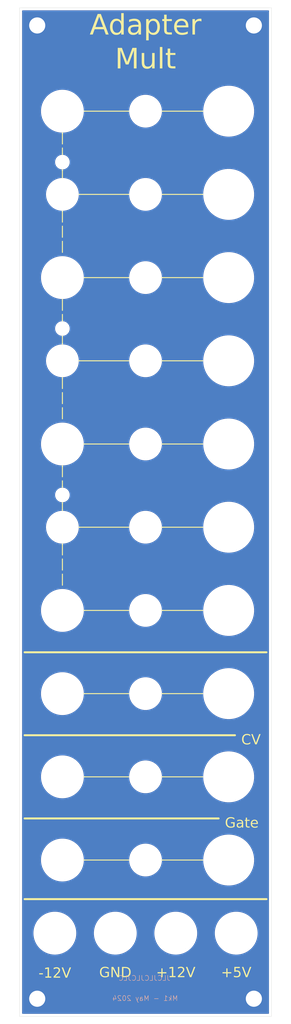
<source format=kicad_pcb>
(kicad_pcb (version 20240108) (generator "pcbnew") (generator_version "8.0")
  (title_block (title "Adapter Mult Mk1 Panel") (date "2024-05-26") (rev "1") (company "DMH"))
  (layers (0 "F.Cu" signal) (31 "B.Cu" signal) (34 "B.Paste" user) (35 "F.Paste" user) (36 "B.SilkS" user "B.Silkscreen") (37 "F.SilkS" user "F.Silkscreen") (38 "B.Mask" user) (39 "F.Mask" user) (44 "Edge.Cuts" user))
  (net 0 "")
  (net 1 "GND")
  (footprint "SynthStuff:Jack_6.35mm_Cutout" (layer "F.Cu") (at 119.5 201)
    (property "Reference" "H32")
    (property "Value" "Jack6.35mm_CV")
    (pad "" np_thru_hole circle (at 0 0) (size 9.6 9.6) (drill 9.6) (layers "F&B.Cu" "*.Mask"))
  )
  (footprint "SynthStuff:Banana_Jack_Cutout" (layer "F.Cu") (at 86.5 184.5)
    (property "Reference" "H27")
    (property "Value" "MountingHole_BananaJack")
    (pad "" np_thru_hole circle (at 0 0) (size 8 8) (drill 8) (layers "F&B.Cu" "*.Mask"))
  )
  (footprint "SynthStuff:MountingHole_3.2mm_M3_Pad4mm" (layer "F.Cu") (at 81.5 245)
    (property "Reference" "H3")
    (property "Value" "MountingHole_Rails")
    (pad "1" thru_hole circle (at 0 0) (size 4 4) (drill 3.2) (layers "*.Cu" "*.Mask") (net 1 "GND"))
  )
  (footprint "SynthStuff:Jack_3.5mm_Cutout" (layer "F.Cu") (at 103 69)
    (property "Reference" "H7")
    (property "Value" "MountingHole_Jack3.5mm")
    (pad "" np_thru_hole circle (at 0 0) (size 6 6) (drill 6) (layers "F&B.Cu" "*.Mask"))
  )
  (footprint "SynthStuff:Banana_Jack_Cutout" (layer "F.Cu") (at 85 232)
    (property "Reference" "H36")
    (property "Value" "Banana_-12V")
    (pad "" np_thru_hole circle (at 0 0) (size 8 8) (drill 8) (layers "F&B.Cu" "*.Mask"))
  )
  (footprint "SynthStuff:Banana_Jack_Cutout" (layer "F.Cu") (at 97 232)
    (property "Reference" "H37")
    (property "Value" "Banana_GND")
    (pad "" np_thru_hole circle (at 0 0) (size 8 8) (drill 8) (layers "F&B.Cu" "*.Mask"))
  )
  (footprint "SynthStuff:Jack_3.5mm_Cutout" (layer "F.Cu") (at 103 118.5)
    (property "Reference" "H16")
    (property "Value" "MountingHole_Jack3.5mm")
    (pad "" np_thru_hole circle (at 0 0) (size 6 6) (drill 6) (layers "F&B.Cu" "*.Mask"))
  )
  (footprint "SynthStuff:MountingHole_3.2mm_M3_Pad4mm" (layer "F.Cu") (at 124.5 52)
    (property "Reference" "H2")
    (property "Value" "MountingHole_Rails")
    (pad "1" thru_hole circle (at 0 0) (size 4 4) (drill 3.2) (layers "*.Cu" "*.Mask") (net 1 "GND"))
  )
  (footprint "SynthStuff:Jack_3.5mm_Cutout" (layer "F.Cu") (at 103 151.5)
    (property "Reference" "H22")
    (property "Value" "MountingHole_Jack3.5mm")
    (pad "" np_thru_hole circle (at 0 0) (size 6 6) (drill 6) (layers "F&B.Cu" "*.Mask"))
  )
  (footprint "SynthStuff:Jack_3.5mm_Cutout" (layer "F.Cu") (at 103 184.5)
    (property "Reference" "H28")
    (property "Value" "MountingHole_Jack3.5mm")
    (pad "" np_thru_hole circle (at 0 0) (size 6 6) (drill 6) (layers "F&B.Cu" "*.Mask"))
  )
  (footprint "SynthStuff:Banana_Jack_Cutout" (layer "F.Cu") (at 86.5 135)
    (property "Reference" "H18")
    (property "Value" "MountingHole_BananaJack")
    (pad "" np_thru_hole circle (at 0 0) (size 8 8) (drill 8) (layers "F&B.Cu" "*.Mask"))
  )
  (footprint "SynthStuff:Jack_6.35mm_Cutout" (layer "F.Cu") (at 119.5 135)
    (property "Reference" "H20")
    (property "Value" "MountingHole_Jack6.35mm")
    (pad "" np_thru_hole circle (at 0 0) (size 9.6 9.6) (drill 9.6) (layers "F&B.Cu" "*.Mask"))
  )
  (footprint "SynthStuff:Banana_Jack_Cutout" (layer "F.Cu") (at 121 232)
    (property "Reference" "H39")
    (property "Value" "Banana_+5V")
    (pad "" np_thru_hole circle (at 0 0) (size 8 8) (drill 8) (layers "F&B.Cu" "*.Mask"))
  )
  (footprint "SynthStuff:Jack_6.35mm_Cutout" (layer "F.Cu") (at 119.5 69)
    (property "Reference" "H8")
    (property "Value" "MountingHole_Jack6.35mm")
    (pad "" np_thru_hole circle (at 0 0) (size 9.6 9.6) (drill 9.6) (layers "F&B.Cu" "*.Mask"))
  )
  (footprint "SynthStuff:Jack_6.35mm_Cutout" (layer "F.Cu") (at 119.5 85.5)
    (property "Reference" "H11")
    (property "Value" "MountingHole_Jack6.35mm")
    (pad "" np_thru_hole circle (at 0 0) (size 9.6 9.6) (drill 9.6) (layers "F&B.Cu" "*.Mask"))
  )
  (footprint "SynthStuff:Jack_6.35mm_Cutout" (layer "F.Cu") (at 119.5 102)
    (property "Reference" "H14")
    (property "Value" "MountingHole_Jack6.35mm")
    (pad "" np_thru_hole circle (at 0 0) (size 9.6 9.6) (drill 9.6) (layers "F&B.Cu" "*.Mask"))
  )
  (footprint "SynthStuff:Jack_6.35mm_Cutout" (layer "F.Cu") (at 119.5 184.5)
    (property "Reference" "H29")
    (property "Value" "MountingHole_Jack6.35mm")
    (pad "" np_thru_hole circle (at 0 0) (size 9.6 9.6) (drill 9.6) (layers "F&B.Cu" "*.Mask"))
  )
  (footprint "SynthStuff:Jack_3.5mm_Cutout" (layer "F.Cu") (at 103 135)
    (property "Reference" "H19")
    (property "Value" "MountingHole_Jack3.5mm")
    (pad "" np_thru_hole circle (at 0 0) (size 6 6) (drill 6) (layers "F&B.Cu" "*.Mask"))
  )
  (footprint "SynthStuff:Banana_Jack_Cutout" (layer "F.Cu") (at 109 232)
    (property "Reference" "H38")
    (property "Value" "Banana_+12V")
    (pad "" np_thru_hole circle (at 0 0) (size 8 8) (drill 8) (layers "F&B.Cu" "*.Mask"))
  )
  (footprint "SynthStuff:Toggle_Switch_Cutout" (layer "F.Cu") (at 86.5 118.5)
    (property "Reference" "H15")
    (property "Value" "MountingHole_ToggleSwitch")
    (pad "" np_thru_hole circle (at 0 -6.4) (size 2.4 2.4) (drill 2.4) (layers "F&B.Cu" "*.Mask"))
    (pad "" np_thru_hole circle (at 0 0) (size 6 6) (drill 6) (layers "F&B.Cu" "*.Mask"))
  )
  (footprint "SynthStuff:Jack_6.35mm_Cutout" (layer "F.Cu") (at 119.5 168)
    (property "Reference" "H26")
    (property "Value" "MountingHole_Jack6.35mm")
    (pad "" np_thru_hole circle (at 0 0) (size 9.6 9.6) (drill 9.6) (layers "F&B.Cu" "*.Mask"))
  )
  (footprint "SynthStuff:Banana_Jack_Cutout" (layer "F.Cu") (at 86.5 102)
    (property "Reference" "H12")
    (property "Value" "MountingHole_BananaJack")
    (pad "" np_thru_hole circle (at 0 0) (size 8 8) (drill 8) (layers "F&B.Cu" "*.Mask"))
  )
  (footprint "SynthStuff:Banana_Jack_Cutout" (layer "F.Cu") (at 86.5 201)
    (property "Reference" "H30")
    (property "Value" "Banana_CV")
    (pad "" np_thru_hole circle (at 0 0) (size 8 8) (drill 8) (layers "F&B.Cu" "*.Mask"))
  )
  (footprint "SynthStuff:Jack_6.35mm_Cutout" (layer "F.Cu") (at 119.5 217.5)
    (property "Reference" "H35")
    (property "Value" "Jack6.35mm_Gate")
    (pad "" np_thru_hole circle (at 0 0) (size 9.6 9.6) (drill 9.6) (layers "F&B.Cu" "*.Mask"))
  )
  (footprint "SynthStuff:Banana_Jack_Cutout" (layer "F.Cu") (at 86.5 69)
    (property "Reference" "H6")
    (property "Value" "MountingHole_BananaJack")
    (pad "" np_thru_hole circle (at 0 0) (size 8 8) (drill 8) (layers "F&B.Cu" "*.Mask"))
  )
  (footprint "SynthStuff:Jack_3.5mm_Cutout" (layer "F.Cu") (at 103 217.5)
    (property "Reference" "H34")
    (property "Value" "Jack3.5mm_Gate")
    (pad "" np_thru_hole circle (at 0 0) (size 6 6) (drill 6) (layers "F&B.Cu" "*.Mask"))
  )
  (footprint "SynthStuff:Jack_3.5mm_Cutout" (layer "F.Cu") (at 103 201)
    (property "Reference" "H31")
    (property "Value" "Jack3.5mm_CV")
    (pad "" np_thru_hole circle (at 0 0) (size 6 6) (drill 6) (layers "F&B.Cu" "*.Mask"))
  )
  (footprint "SynthStuff:Jack_6.35mm_Cutout" (layer "F.Cu") (at 119.5 118.5)
    (property "Reference" "H17")
    (property "Value" "MountingHole_Jack6.35mm")
    (pad "" np_thru_hole circle (at 0 0) (size 9.6 9.6) (drill 9.6) (layers "F&B.Cu" "*.Mask"))
  )
  (footprint "SynthStuff:Jack_6.35mm_Cutout" (layer "F.Cu") (at 119.5 151.5)
    (property "Reference" "H23")
    (property "Value" "MountingHole_Jack6.35mm")
    (pad "" np_thru_hole circle (at 0 0) (size 9.6 9.6) (drill 9.6) (layers "F&B.Cu" "*.Mask"))
  )
  (footprint "SynthStuff:Jack_3.5mm_Cutout" (layer "F.Cu") (at 103 168)
    (property "Reference" "H25")
    (property "Value" "MountingHole_Jack3.5mm")
    (pad "" np_thru_hole circle (at 0 0) (size 6 6) (drill 6) (layers "F&B.Cu" "*.Mask"))
  )
  (footprint "SynthStuff:Banana_Jack_Cutout" (layer "F.Cu") (at 86.5 168)
    (property "Reference" "H24")
    (property "Value" "MountingHole_BananaJack")
    (pad "" np_thru_hole circle (at 0 0) (size 8 8) (drill 8) (layers "F&B.Cu" "*.Mask"))
  )
  (footprint "SynthStuff:MountingHole_3.2mm_M3_Pad4mm" (layer "F.Cu") (at 81.5 52)
    (property "Reference" "H1")
    (property "Value" "MountingHole_Rails")
    (pad "1" thru_hole circle (at 0 0) (size 4 4) (drill 3.2) (layers "*.Cu" "*.Mask") (net 1 "GND"))
  )
  (footprint "SynthStuff:Toggle_Switch_Cutout" (layer "F.Cu") (at 86.5 85.5)
    (property "Reference" "H9")
    (property "Value" "MountingHole_ToggleSwitch")
    (pad "" np_thru_hole circle (at 0 -6.4) (size 2.4 2.4) (drill 2.4) (layers "F&B.Cu" "*.Mask"))
    (pad "" np_thru_hole circle (at 0 0) (size 6 6) (drill 6) (layers "F&B.Cu" "*.Mask"))
  )
  (footprint "SynthStuff:MountingHole_3.2mm_M3_Pad4mm" (layer "F.Cu") (at 124.5 245)
    (property "Reference" "H4")
    (property "Value" "MountingHole_Rails")
    (pad "1" thru_hole circle (at 0 0) (size 4 4) (drill 3.2) (layers "*.Cu" "*.Mask") (net 1 "GND"))
  )
  (footprint "SynthStuff:Banana_Jack_Cutout" (layer "F.Cu") (at 86.5 217.5)
    (property "Reference" "H33")
    (property "Value" "Banana_Gate")
    (pad "" np_thru_hole circle (at 0 0) (size 8 8) (drill 8) (layers "F&B.Cu" "*.Mask"))
  )
  (footprint "SynthStuff:Jack_3.5mm_Cutout" (layer "F.Cu") (at 103 85.5)
    (property "Reference" "H10")
    (property "Value" "MountingHole_Jack3.5mm")
    (pad "" np_thru_hole circle (at 0 0) (size 6 6) (drill 6) (layers "F&B.Cu" "*.Mask"))
  )
  (footprint "SynthStuff:Jack_3.5mm_Cutout" (layer "F.Cu") (at 103 102)
    (property "Reference" "H13")
    (property "Value" "MountingHole_Jack3.5mm")
    (pad "" np_thru_hole circle (at 0 0) (size 6 6) (drill 6) (layers "F&B.Cu" "*.Mask"))
  )
  (footprint "SynthStuff:Toggle_Switch_Cutout" (layer "F.Cu") (at 86.5 151.5)
    (property "Reference" "H21")
    (property "Value" "MountingHole_ToggleSwitch")
    (pad "" np_thru_hole circle (at 0 -6.4) (size 2.4 2.4) (drill 2.4) (layers "F&B.Cu" "*.Mask"))
    (pad "" np_thru_hole circle (at 0 0) (size 6 6) (drill 6) (layers "F&B.Cu" "*.Mask"))
  )
  (gr_line (start 106.25 151.5) (end 114.35 151.5) (stroke (width 0.2)) (layer "F.SilkS"))
  (gr_line (start 106.25 118.5) (end 114.35 118.5) (stroke (width 0.2)) (layer "F.SilkS"))
  (gr_line (start 90.8 102) (end 99.7 102) (stroke (width 0.2)) (layer "F.SilkS"))
  (gr_line (start 106.25 217.5) (end 114.35 217.5) (stroke (width 0.2)) (layer "F.SilkS"))
  (gr_line (start 79 225.25) (end 127 225.25) (stroke (width 0.4)) (layer "F.SilkS"))
  (gr_line (start 106.25 102) (end 114.35 102) (stroke (width 0.2)) (layer "F.SilkS"))
  (gr_line (start 86.5 73.3) (end 86.5 77.6) (stroke (width 0.2) (type dash)) (layer "F.SilkS"))
  (gr_line (start 90.8 69) (end 99.7 69) (stroke (width 0.2)) (layer "F.SilkS"))
  (gr_line (start 106.25 168) (end 114.35 168) (stroke (width 0.2)) (layer "F.SilkS"))
  (gr_line (start 86.5 146.6) (end 86.5 148.2) (stroke (width 0.2) (type dash)) (layer "F.SilkS"))
  (gr_line (start 106.25 184.5) (end 114.35 184.5) (stroke (width 0.2)) (layer "F.SilkS"))
  (gr_line (start 86.5 139.3) (end 86.5 143.6) (stroke (width 0.2) (type dash)) (layer "F.SilkS"))
  (gr_line (start 86.5 80.6) (end 86.5 82.2) (stroke (width 0.2) (type dash)) (layer "F.SilkS"))
  (gr_line (start 86.5 106.3) (end 86.5 110.6) (stroke (width 0.2) (type dash)) (layer "F.SilkS"))
  (gr_line (start 90.75 135) (end 99.65 135) (stroke (width 0.2)) (layer "F.SilkS"))
  (gr_line (start 90.75 184.5) (end 99.65 184.5) (stroke (width 0.2)) (layer "F.SilkS"))
  (gr_line (start 86.5 121.8) (end 86.5 130.7) (stroke (width 0.2) (type dash)) (layer "F.SilkS"))
  (gr_line (start 79 192.75) (end 120.75 192.75) (stroke (width 0.4)) (layer "F.SilkS"))
  (gr_line (start 106.3 85.5) (end 114.4 85.5) (stroke (width 0.2)) (layer "F.SilkS"))
  (gr_line (start 106.25 201) (end 114.35 201) (stroke (width 0.2)) (layer "F.SilkS"))
  (gr_line (start 79 209.25) (end 117.5 209.25) (stroke (width 0.4)) (layer "F.SilkS"))
  (gr_line (start 89.75 118.5) (end 99.65 118.5) (stroke (width 0.2)) (layer "F.SilkS"))
  (gr_line (start 86.5 88.8) (end 86.5 97.7) (stroke (width 0.2) (type dash)) (layer "F.SilkS"))
  (gr_line (start 90.75 217.5) (end 99.65 217.5) (stroke (width 0.2)) (layer "F.SilkS"))
  (gr_line (start 86.5 113.6) (end 86.5 115.2) (stroke (width 0.2) (type dash)) (layer "F.SilkS"))
  (gr_line (start 89.8 85.5) (end 99.7 85.5) (stroke (width 0.2)) (layer "F.SilkS"))
  (gr_line (start 90.75 201) (end 99.65 201) (stroke (width 0.2)) (layer "F.SilkS"))
  (gr_line (start 106.25 135) (end 114.35 135) (stroke (width 0.2)) (layer "F.SilkS"))
  (gr_line (start 86.5 154.8) (end 86.5 163.7) (stroke (width 0.2) (type dash)) (layer "F.SilkS"))
  (gr_line (start 89.75 151.5) (end 99.65 151.5) (stroke (width 0.2)) (layer "F.SilkS"))
  (gr_line (start 79 176.3) (end 127 176.3) (stroke (width 0.4)) (layer "F.SilkS"))
  (gr_line (start 106.3 69) (end 114.4 69) (stroke (width 0.2)) (layer "F.SilkS"))
  (gr_line (start 90.75 168) (end 99.65 168) (stroke (width 0.2)) (layer "F.SilkS"))
  (gr_rect (start 78 48.5) (end 128 248.5) (stroke (width 0.05)) (fill none) (layer "Edge.Cuts"))
  (gr_text "JLCJLCJLCJLC" (at 108 241.5 0) (layer "B.SilkS") (effects (font (size 1 1) (thickness 0.1)) (justify left bottom mirror)))
  (gr_text "Mk1 - May 2024" (at 109.5 245.5 0) (layer "B.SilkS") (effects (font (size 1 1) (thickness 0.1)) (justify left bottom mirror)))
  (gr_text "CV" (at 122 194.9 0) (layer "F.SilkS") (effects (font (size 2 2) (thickness 0.1)) (justify left bottom)))
  (gr_text "-12V" (at 85 240 0) (layer "F.SilkS") (effects (font (size 2 2) (thickness 0.1))))
  (gr_text "+5V" (at 121 239.9 0) (layer "F.SilkS") (effects (font (size 2 2) (thickness 0.1))))
  (gr_text "Adapter\nMult" (at 103 61.2 0) (layer "F.SilkS") (effects (font (size 4 4) (thickness 0.5)) (justify bottom)))
  (gr_text "GND\n" (at 97 239.9 0) (layer "F.SilkS") (effects (font (size 2 2) (thickness 0.1))))
  (gr_text "Gate" (at 118.75 211.4 0) (layer "F.SilkS") (effects (font (size 2 2) (thickness 0.1)) (justify left bottom)))
  (gr_text "+12V" (at 109 239.9 0) (layer "F.SilkS") (effects (font (size 2 2) (thickness 0.1))))
  (zone (net 1) (net_name "GND") (layers "F&B.Cu") (connect_pads yes (clearance 0.25)) (min_thickness 0.25) (fill yes (thermal_gap 0.5) (thermal_bridge_width 1))
    (polygon (pts (xy 78 48.5) (xy 128 48.5) (xy 128 248.5) (xy 78 248.5)))
  )
)
</source>
